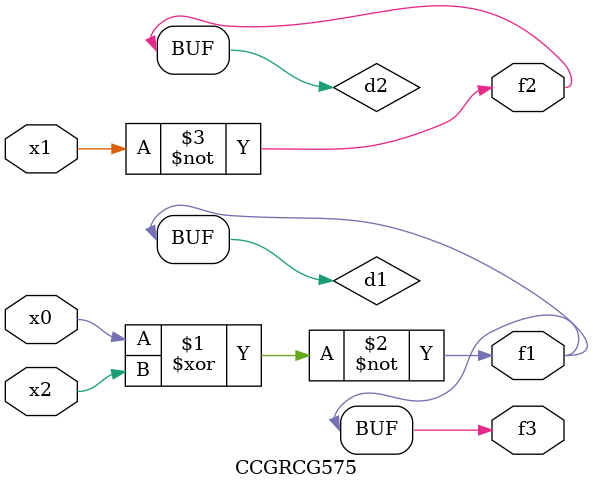
<source format=v>
module CCGRCG575(
	input x0, x1, x2,
	output f1, f2, f3
);

	wire d1, d2, d3;

	xnor (d1, x0, x2);
	nand (d2, x1);
	nor (d3, x1, x2);
	assign f1 = d1;
	assign f2 = d2;
	assign f3 = d1;
endmodule

</source>
